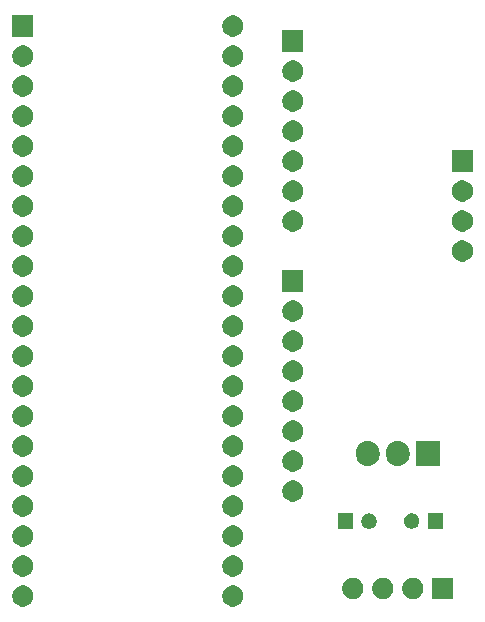
<source format=gbs>
G04 #@! TF.GenerationSoftware,KiCad,Pcbnew,(5.1.5)-3*
G04 #@! TF.CreationDate,2020-03-02T23:39:02-06:00*
G04 #@! TF.ProjectId,PMT_PCB,504d545f-5043-4422-9e6b-696361645f70,rev?*
G04 #@! TF.SameCoordinates,Original*
G04 #@! TF.FileFunction,Soldermask,Bot*
G04 #@! TF.FilePolarity,Negative*
%FSLAX46Y46*%
G04 Gerber Fmt 4.6, Leading zero omitted, Abs format (unit mm)*
G04 Created by KiCad (PCBNEW (5.1.5)-3) date 2020-03-02 23:39:02*
%MOMM*%
%LPD*%
G04 APERTURE LIST*
%ADD10C,0.100000*%
G04 APERTURE END LIST*
D10*
G36*
X138534769Y-108322188D02*
G01*
X138692812Y-108353624D01*
X138856784Y-108421544D01*
X139004354Y-108520147D01*
X139129853Y-108645646D01*
X139228456Y-108793216D01*
X139296376Y-108957188D01*
X139331000Y-109131259D01*
X139331000Y-109308741D01*
X139296376Y-109482812D01*
X139228456Y-109646784D01*
X139129853Y-109794354D01*
X139004354Y-109919853D01*
X138856784Y-110018456D01*
X138692812Y-110086376D01*
X138543512Y-110116073D01*
X138518742Y-110121000D01*
X138341258Y-110121000D01*
X138316488Y-110116073D01*
X138167188Y-110086376D01*
X138003216Y-110018456D01*
X137855646Y-109919853D01*
X137730147Y-109794354D01*
X137631544Y-109646784D01*
X137563624Y-109482812D01*
X137529000Y-109308741D01*
X137529000Y-109131259D01*
X137563624Y-108957188D01*
X137631544Y-108793216D01*
X137730147Y-108645646D01*
X137855646Y-108520147D01*
X138003216Y-108421544D01*
X138167188Y-108353624D01*
X138325231Y-108322188D01*
X138341258Y-108319000D01*
X138518742Y-108319000D01*
X138534769Y-108322188D01*
G37*
G36*
X120754769Y-108322188D02*
G01*
X120912812Y-108353624D01*
X121076784Y-108421544D01*
X121224354Y-108520147D01*
X121349853Y-108645646D01*
X121448456Y-108793216D01*
X121516376Y-108957188D01*
X121551000Y-109131259D01*
X121551000Y-109308741D01*
X121516376Y-109482812D01*
X121448456Y-109646784D01*
X121349853Y-109794354D01*
X121224354Y-109919853D01*
X121076784Y-110018456D01*
X120912812Y-110086376D01*
X120763512Y-110116073D01*
X120738742Y-110121000D01*
X120561258Y-110121000D01*
X120536488Y-110116073D01*
X120387188Y-110086376D01*
X120223216Y-110018456D01*
X120075646Y-109919853D01*
X119950147Y-109794354D01*
X119851544Y-109646784D01*
X119783624Y-109482812D01*
X119749000Y-109308741D01*
X119749000Y-109131259D01*
X119783624Y-108957188D01*
X119851544Y-108793216D01*
X119950147Y-108645646D01*
X120075646Y-108520147D01*
X120223216Y-108421544D01*
X120387188Y-108353624D01*
X120545231Y-108322188D01*
X120561258Y-108319000D01*
X120738742Y-108319000D01*
X120754769Y-108322188D01*
G37*
G36*
X151243512Y-107688927D02*
G01*
X151392812Y-107718624D01*
X151556784Y-107786544D01*
X151704354Y-107885147D01*
X151829853Y-108010646D01*
X151928456Y-108158216D01*
X151996376Y-108322188D01*
X152031000Y-108496259D01*
X152031000Y-108673741D01*
X151996376Y-108847812D01*
X151928456Y-109011784D01*
X151829853Y-109159354D01*
X151704354Y-109284853D01*
X151556784Y-109383456D01*
X151392812Y-109451376D01*
X151243512Y-109481073D01*
X151218742Y-109486000D01*
X151041258Y-109486000D01*
X151016488Y-109481073D01*
X150867188Y-109451376D01*
X150703216Y-109383456D01*
X150555646Y-109284853D01*
X150430147Y-109159354D01*
X150331544Y-109011784D01*
X150263624Y-108847812D01*
X150229000Y-108673741D01*
X150229000Y-108496259D01*
X150263624Y-108322188D01*
X150331544Y-108158216D01*
X150430147Y-108010646D01*
X150555646Y-107885147D01*
X150703216Y-107786544D01*
X150867188Y-107718624D01*
X151016488Y-107688927D01*
X151041258Y-107684000D01*
X151218742Y-107684000D01*
X151243512Y-107688927D01*
G37*
G36*
X148703512Y-107688927D02*
G01*
X148852812Y-107718624D01*
X149016784Y-107786544D01*
X149164354Y-107885147D01*
X149289853Y-108010646D01*
X149388456Y-108158216D01*
X149456376Y-108322188D01*
X149491000Y-108496259D01*
X149491000Y-108673741D01*
X149456376Y-108847812D01*
X149388456Y-109011784D01*
X149289853Y-109159354D01*
X149164354Y-109284853D01*
X149016784Y-109383456D01*
X148852812Y-109451376D01*
X148703512Y-109481073D01*
X148678742Y-109486000D01*
X148501258Y-109486000D01*
X148476488Y-109481073D01*
X148327188Y-109451376D01*
X148163216Y-109383456D01*
X148015646Y-109284853D01*
X147890147Y-109159354D01*
X147791544Y-109011784D01*
X147723624Y-108847812D01*
X147689000Y-108673741D01*
X147689000Y-108496259D01*
X147723624Y-108322188D01*
X147791544Y-108158216D01*
X147890147Y-108010646D01*
X148015646Y-107885147D01*
X148163216Y-107786544D01*
X148327188Y-107718624D01*
X148476488Y-107688927D01*
X148501258Y-107684000D01*
X148678742Y-107684000D01*
X148703512Y-107688927D01*
G37*
G36*
X157111000Y-109486000D02*
G01*
X155309000Y-109486000D01*
X155309000Y-107684000D01*
X157111000Y-107684000D01*
X157111000Y-109486000D01*
G37*
G36*
X153783512Y-107688927D02*
G01*
X153932812Y-107718624D01*
X154096784Y-107786544D01*
X154244354Y-107885147D01*
X154369853Y-108010646D01*
X154468456Y-108158216D01*
X154536376Y-108322188D01*
X154571000Y-108496259D01*
X154571000Y-108673741D01*
X154536376Y-108847812D01*
X154468456Y-109011784D01*
X154369853Y-109159354D01*
X154244354Y-109284853D01*
X154096784Y-109383456D01*
X153932812Y-109451376D01*
X153783512Y-109481073D01*
X153758742Y-109486000D01*
X153581258Y-109486000D01*
X153556488Y-109481073D01*
X153407188Y-109451376D01*
X153243216Y-109383456D01*
X153095646Y-109284853D01*
X152970147Y-109159354D01*
X152871544Y-109011784D01*
X152803624Y-108847812D01*
X152769000Y-108673741D01*
X152769000Y-108496259D01*
X152803624Y-108322188D01*
X152871544Y-108158216D01*
X152970147Y-108010646D01*
X153095646Y-107885147D01*
X153243216Y-107786544D01*
X153407188Y-107718624D01*
X153556488Y-107688927D01*
X153581258Y-107684000D01*
X153758742Y-107684000D01*
X153783512Y-107688927D01*
G37*
G36*
X120763512Y-105783927D02*
G01*
X120912812Y-105813624D01*
X121076784Y-105881544D01*
X121224354Y-105980147D01*
X121349853Y-106105646D01*
X121448456Y-106253216D01*
X121516376Y-106417188D01*
X121551000Y-106591259D01*
X121551000Y-106768741D01*
X121516376Y-106942812D01*
X121448456Y-107106784D01*
X121349853Y-107254354D01*
X121224354Y-107379853D01*
X121076784Y-107478456D01*
X120912812Y-107546376D01*
X120763512Y-107576073D01*
X120738742Y-107581000D01*
X120561258Y-107581000D01*
X120536488Y-107576073D01*
X120387188Y-107546376D01*
X120223216Y-107478456D01*
X120075646Y-107379853D01*
X119950147Y-107254354D01*
X119851544Y-107106784D01*
X119783624Y-106942812D01*
X119749000Y-106768741D01*
X119749000Y-106591259D01*
X119783624Y-106417188D01*
X119851544Y-106253216D01*
X119950147Y-106105646D01*
X120075646Y-105980147D01*
X120223216Y-105881544D01*
X120387188Y-105813624D01*
X120536488Y-105783927D01*
X120561258Y-105779000D01*
X120738742Y-105779000D01*
X120763512Y-105783927D01*
G37*
G36*
X138543512Y-105783927D02*
G01*
X138692812Y-105813624D01*
X138856784Y-105881544D01*
X139004354Y-105980147D01*
X139129853Y-106105646D01*
X139228456Y-106253216D01*
X139296376Y-106417188D01*
X139331000Y-106591259D01*
X139331000Y-106768741D01*
X139296376Y-106942812D01*
X139228456Y-107106784D01*
X139129853Y-107254354D01*
X139004354Y-107379853D01*
X138856784Y-107478456D01*
X138692812Y-107546376D01*
X138543512Y-107576073D01*
X138518742Y-107581000D01*
X138341258Y-107581000D01*
X138316488Y-107576073D01*
X138167188Y-107546376D01*
X138003216Y-107478456D01*
X137855646Y-107379853D01*
X137730147Y-107254354D01*
X137631544Y-107106784D01*
X137563624Y-106942812D01*
X137529000Y-106768741D01*
X137529000Y-106591259D01*
X137563624Y-106417188D01*
X137631544Y-106253216D01*
X137730147Y-106105646D01*
X137855646Y-105980147D01*
X138003216Y-105881544D01*
X138167188Y-105813624D01*
X138316488Y-105783927D01*
X138341258Y-105779000D01*
X138518742Y-105779000D01*
X138543512Y-105783927D01*
G37*
G36*
X138543512Y-103243927D02*
G01*
X138692812Y-103273624D01*
X138856784Y-103341544D01*
X139004354Y-103440147D01*
X139129853Y-103565646D01*
X139228456Y-103713216D01*
X139296376Y-103877188D01*
X139331000Y-104051259D01*
X139331000Y-104228741D01*
X139296376Y-104402812D01*
X139228456Y-104566784D01*
X139129853Y-104714354D01*
X139004354Y-104839853D01*
X138856784Y-104938456D01*
X138692812Y-105006376D01*
X138543512Y-105036073D01*
X138518742Y-105041000D01*
X138341258Y-105041000D01*
X138316488Y-105036073D01*
X138167188Y-105006376D01*
X138003216Y-104938456D01*
X137855646Y-104839853D01*
X137730147Y-104714354D01*
X137631544Y-104566784D01*
X137563624Y-104402812D01*
X137529000Y-104228741D01*
X137529000Y-104051259D01*
X137563624Y-103877188D01*
X137631544Y-103713216D01*
X137730147Y-103565646D01*
X137855646Y-103440147D01*
X138003216Y-103341544D01*
X138167188Y-103273624D01*
X138316488Y-103243927D01*
X138341258Y-103239000D01*
X138518742Y-103239000D01*
X138543512Y-103243927D01*
G37*
G36*
X120763512Y-103243927D02*
G01*
X120912812Y-103273624D01*
X121076784Y-103341544D01*
X121224354Y-103440147D01*
X121349853Y-103565646D01*
X121448456Y-103713216D01*
X121516376Y-103877188D01*
X121551000Y-104051259D01*
X121551000Y-104228741D01*
X121516376Y-104402812D01*
X121448456Y-104566784D01*
X121349853Y-104714354D01*
X121224354Y-104839853D01*
X121076784Y-104938456D01*
X120912812Y-105006376D01*
X120763512Y-105036073D01*
X120738742Y-105041000D01*
X120561258Y-105041000D01*
X120536488Y-105036073D01*
X120387188Y-105006376D01*
X120223216Y-104938456D01*
X120075646Y-104839853D01*
X119950147Y-104714354D01*
X119851544Y-104566784D01*
X119783624Y-104402812D01*
X119749000Y-104228741D01*
X119749000Y-104051259D01*
X119783624Y-103877188D01*
X119851544Y-103713216D01*
X119950147Y-103565646D01*
X120075646Y-103440147D01*
X120223216Y-103341544D01*
X120387188Y-103273624D01*
X120536488Y-103243927D01*
X120561258Y-103239000D01*
X120738742Y-103239000D01*
X120763512Y-103243927D01*
G37*
G36*
X156226000Y-103521000D02*
G01*
X154924000Y-103521000D01*
X154924000Y-102219000D01*
X156226000Y-102219000D01*
X156226000Y-103521000D01*
G37*
G36*
X148606000Y-103521000D02*
G01*
X147304000Y-103521000D01*
X147304000Y-102219000D01*
X148606000Y-102219000D01*
X148606000Y-103521000D01*
G37*
G36*
X150144890Y-102244017D02*
G01*
X150263364Y-102293091D01*
X150369988Y-102364335D01*
X150460665Y-102455012D01*
X150531909Y-102561636D01*
X150580983Y-102680110D01*
X150606000Y-102805882D01*
X150606000Y-102934118D01*
X150580983Y-103059890D01*
X150531909Y-103178364D01*
X150460665Y-103284988D01*
X150369988Y-103375665D01*
X150263364Y-103446909D01*
X150263363Y-103446910D01*
X150263362Y-103446910D01*
X150144890Y-103495983D01*
X150019119Y-103521000D01*
X149890881Y-103521000D01*
X149765110Y-103495983D01*
X149646638Y-103446910D01*
X149646637Y-103446910D01*
X149646636Y-103446909D01*
X149540012Y-103375665D01*
X149449335Y-103284988D01*
X149378091Y-103178364D01*
X149329017Y-103059890D01*
X149304000Y-102934118D01*
X149304000Y-102805882D01*
X149329017Y-102680110D01*
X149378091Y-102561636D01*
X149449335Y-102455012D01*
X149540012Y-102364335D01*
X149646636Y-102293091D01*
X149765110Y-102244017D01*
X149890881Y-102219000D01*
X150019119Y-102219000D01*
X150144890Y-102244017D01*
G37*
G36*
X153764890Y-102244017D02*
G01*
X153883364Y-102293091D01*
X153989988Y-102364335D01*
X154080665Y-102455012D01*
X154151909Y-102561636D01*
X154200983Y-102680110D01*
X154226000Y-102805882D01*
X154226000Y-102934118D01*
X154200983Y-103059890D01*
X154151909Y-103178364D01*
X154080665Y-103284988D01*
X153989988Y-103375665D01*
X153883364Y-103446909D01*
X153883363Y-103446910D01*
X153883362Y-103446910D01*
X153764890Y-103495983D01*
X153639119Y-103521000D01*
X153510881Y-103521000D01*
X153385110Y-103495983D01*
X153266638Y-103446910D01*
X153266637Y-103446910D01*
X153266636Y-103446909D01*
X153160012Y-103375665D01*
X153069335Y-103284988D01*
X152998091Y-103178364D01*
X152949017Y-103059890D01*
X152924000Y-102934118D01*
X152924000Y-102805882D01*
X152949017Y-102680110D01*
X152998091Y-102561636D01*
X153069335Y-102455012D01*
X153160012Y-102364335D01*
X153266636Y-102293091D01*
X153385110Y-102244017D01*
X153510881Y-102219000D01*
X153639119Y-102219000D01*
X153764890Y-102244017D01*
G37*
G36*
X120763512Y-100703927D02*
G01*
X120912812Y-100733624D01*
X121076784Y-100801544D01*
X121224354Y-100900147D01*
X121349853Y-101025646D01*
X121448456Y-101173216D01*
X121516376Y-101337188D01*
X121551000Y-101511259D01*
X121551000Y-101688741D01*
X121516376Y-101862812D01*
X121448456Y-102026784D01*
X121349853Y-102174354D01*
X121224354Y-102299853D01*
X121076784Y-102398456D01*
X120912812Y-102466376D01*
X120763512Y-102496073D01*
X120738742Y-102501000D01*
X120561258Y-102501000D01*
X120536488Y-102496073D01*
X120387188Y-102466376D01*
X120223216Y-102398456D01*
X120075646Y-102299853D01*
X119950147Y-102174354D01*
X119851544Y-102026784D01*
X119783624Y-101862812D01*
X119749000Y-101688741D01*
X119749000Y-101511259D01*
X119783624Y-101337188D01*
X119851544Y-101173216D01*
X119950147Y-101025646D01*
X120075646Y-100900147D01*
X120223216Y-100801544D01*
X120387188Y-100733624D01*
X120536488Y-100703927D01*
X120561258Y-100699000D01*
X120738742Y-100699000D01*
X120763512Y-100703927D01*
G37*
G36*
X138543512Y-100703927D02*
G01*
X138692812Y-100733624D01*
X138856784Y-100801544D01*
X139004354Y-100900147D01*
X139129853Y-101025646D01*
X139228456Y-101173216D01*
X139296376Y-101337188D01*
X139331000Y-101511259D01*
X139331000Y-101688741D01*
X139296376Y-101862812D01*
X139228456Y-102026784D01*
X139129853Y-102174354D01*
X139004354Y-102299853D01*
X138856784Y-102398456D01*
X138692812Y-102466376D01*
X138543512Y-102496073D01*
X138518742Y-102501000D01*
X138341258Y-102501000D01*
X138316488Y-102496073D01*
X138167188Y-102466376D01*
X138003216Y-102398456D01*
X137855646Y-102299853D01*
X137730147Y-102174354D01*
X137631544Y-102026784D01*
X137563624Y-101862812D01*
X137529000Y-101688741D01*
X137529000Y-101511259D01*
X137563624Y-101337188D01*
X137631544Y-101173216D01*
X137730147Y-101025646D01*
X137855646Y-100900147D01*
X138003216Y-100801544D01*
X138167188Y-100733624D01*
X138316488Y-100703927D01*
X138341258Y-100699000D01*
X138518742Y-100699000D01*
X138543512Y-100703927D01*
G37*
G36*
X143623512Y-99433927D02*
G01*
X143772812Y-99463624D01*
X143936784Y-99531544D01*
X144084354Y-99630147D01*
X144209853Y-99755646D01*
X144308456Y-99903216D01*
X144376376Y-100067188D01*
X144411000Y-100241259D01*
X144411000Y-100418741D01*
X144376376Y-100592812D01*
X144308456Y-100756784D01*
X144209853Y-100904354D01*
X144084354Y-101029853D01*
X143936784Y-101128456D01*
X143772812Y-101196376D01*
X143623512Y-101226073D01*
X143598742Y-101231000D01*
X143421258Y-101231000D01*
X143396488Y-101226073D01*
X143247188Y-101196376D01*
X143083216Y-101128456D01*
X142935646Y-101029853D01*
X142810147Y-100904354D01*
X142711544Y-100756784D01*
X142643624Y-100592812D01*
X142609000Y-100418741D01*
X142609000Y-100241259D01*
X142643624Y-100067188D01*
X142711544Y-99903216D01*
X142810147Y-99755646D01*
X142935646Y-99630147D01*
X143083216Y-99531544D01*
X143247188Y-99463624D01*
X143396488Y-99433927D01*
X143421258Y-99429000D01*
X143598742Y-99429000D01*
X143623512Y-99433927D01*
G37*
G36*
X120763512Y-98163927D02*
G01*
X120912812Y-98193624D01*
X121076784Y-98261544D01*
X121224354Y-98360147D01*
X121349853Y-98485646D01*
X121448456Y-98633216D01*
X121516376Y-98797188D01*
X121551000Y-98971259D01*
X121551000Y-99148741D01*
X121516376Y-99322812D01*
X121448456Y-99486784D01*
X121349853Y-99634354D01*
X121224354Y-99759853D01*
X121076784Y-99858456D01*
X120912812Y-99926376D01*
X120763512Y-99956073D01*
X120738742Y-99961000D01*
X120561258Y-99961000D01*
X120536488Y-99956073D01*
X120387188Y-99926376D01*
X120223216Y-99858456D01*
X120075646Y-99759853D01*
X119950147Y-99634354D01*
X119851544Y-99486784D01*
X119783624Y-99322812D01*
X119749000Y-99148741D01*
X119749000Y-98971259D01*
X119783624Y-98797188D01*
X119851544Y-98633216D01*
X119950147Y-98485646D01*
X120075646Y-98360147D01*
X120223216Y-98261544D01*
X120387188Y-98193624D01*
X120536488Y-98163927D01*
X120561258Y-98159000D01*
X120738742Y-98159000D01*
X120763512Y-98163927D01*
G37*
G36*
X138543512Y-98163927D02*
G01*
X138692812Y-98193624D01*
X138856784Y-98261544D01*
X139004354Y-98360147D01*
X139129853Y-98485646D01*
X139228456Y-98633216D01*
X139296376Y-98797188D01*
X139331000Y-98971259D01*
X139331000Y-99148741D01*
X139296376Y-99322812D01*
X139228456Y-99486784D01*
X139129853Y-99634354D01*
X139004354Y-99759853D01*
X138856784Y-99858456D01*
X138692812Y-99926376D01*
X138543512Y-99956073D01*
X138518742Y-99961000D01*
X138341258Y-99961000D01*
X138316488Y-99956073D01*
X138167188Y-99926376D01*
X138003216Y-99858456D01*
X137855646Y-99759853D01*
X137730147Y-99634354D01*
X137631544Y-99486784D01*
X137563624Y-99322812D01*
X137529000Y-99148741D01*
X137529000Y-98971259D01*
X137563624Y-98797188D01*
X137631544Y-98633216D01*
X137730147Y-98485646D01*
X137855646Y-98360147D01*
X138003216Y-98261544D01*
X138167188Y-98193624D01*
X138316488Y-98163927D01*
X138341258Y-98159000D01*
X138518742Y-98159000D01*
X138543512Y-98163927D01*
G37*
G36*
X143623512Y-96893927D02*
G01*
X143772812Y-96923624D01*
X143936784Y-96991544D01*
X144084354Y-97090147D01*
X144209853Y-97215646D01*
X144308456Y-97363216D01*
X144376376Y-97527188D01*
X144411000Y-97701259D01*
X144411000Y-97878741D01*
X144376376Y-98052812D01*
X144308456Y-98216784D01*
X144209853Y-98364354D01*
X144084354Y-98489853D01*
X143936784Y-98588456D01*
X143772812Y-98656376D01*
X143623512Y-98686073D01*
X143598742Y-98691000D01*
X143421258Y-98691000D01*
X143396488Y-98686073D01*
X143247188Y-98656376D01*
X143083216Y-98588456D01*
X142935646Y-98489853D01*
X142810147Y-98364354D01*
X142711544Y-98216784D01*
X142643624Y-98052812D01*
X142609000Y-97878741D01*
X142609000Y-97701259D01*
X142643624Y-97527188D01*
X142711544Y-97363216D01*
X142810147Y-97215646D01*
X142935646Y-97090147D01*
X143083216Y-96991544D01*
X143247188Y-96923624D01*
X143396488Y-96893927D01*
X143421258Y-96889000D01*
X143598742Y-96889000D01*
X143623512Y-96893927D01*
G37*
G36*
X150056720Y-96118520D02*
G01*
X150245881Y-96175901D01*
X150420212Y-96269083D01*
X150573015Y-96394485D01*
X150698417Y-96547288D01*
X150731264Y-96608741D01*
X150791598Y-96721617D01*
X150791599Y-96721620D01*
X150848980Y-96910781D01*
X150863500Y-97058207D01*
X150863500Y-97251794D01*
X150848980Y-97399220D01*
X150791599Y-97588381D01*
X150698417Y-97762712D01*
X150573015Y-97915515D01*
X150420212Y-98040917D01*
X150338333Y-98084682D01*
X150245883Y-98134098D01*
X150245880Y-98134099D01*
X150056719Y-98191480D01*
X149860000Y-98210855D01*
X149663280Y-98191480D01*
X149474119Y-98134099D01*
X149299788Y-98040917D01*
X149146985Y-97915515D01*
X149021583Y-97762712D01*
X148977818Y-97680833D01*
X148928402Y-97588383D01*
X148909839Y-97527188D01*
X148871020Y-97399219D01*
X148856500Y-97251793D01*
X148856500Y-97058206D01*
X148871020Y-96910780D01*
X148928401Y-96721619D01*
X149021583Y-96547288D01*
X149146985Y-96394485D01*
X149299788Y-96269083D01*
X149474120Y-96175901D01*
X149663281Y-96118520D01*
X149860000Y-96099145D01*
X150056720Y-96118520D01*
G37*
G36*
X152596720Y-96118520D02*
G01*
X152785881Y-96175901D01*
X152960212Y-96269083D01*
X153113015Y-96394485D01*
X153238417Y-96547288D01*
X153271264Y-96608741D01*
X153331598Y-96721617D01*
X153331599Y-96721620D01*
X153388980Y-96910781D01*
X153403500Y-97058207D01*
X153403500Y-97251794D01*
X153388980Y-97399220D01*
X153331599Y-97588381D01*
X153238417Y-97762712D01*
X153113015Y-97915515D01*
X152960212Y-98040917D01*
X152878333Y-98084682D01*
X152785883Y-98134098D01*
X152785880Y-98134099D01*
X152596719Y-98191480D01*
X152400000Y-98210855D01*
X152203280Y-98191480D01*
X152014119Y-98134099D01*
X151839788Y-98040917D01*
X151686985Y-97915515D01*
X151561583Y-97762712D01*
X151517818Y-97680833D01*
X151468402Y-97588383D01*
X151449839Y-97527188D01*
X151411020Y-97399219D01*
X151396500Y-97251793D01*
X151396500Y-97058206D01*
X151411020Y-96910780D01*
X151468401Y-96721619D01*
X151561583Y-96547288D01*
X151686985Y-96394485D01*
X151839788Y-96269083D01*
X152014120Y-96175901D01*
X152203281Y-96118520D01*
X152400000Y-96099145D01*
X152596720Y-96118520D01*
G37*
G36*
X155943500Y-98206000D02*
G01*
X153936500Y-98206000D01*
X153936500Y-96104000D01*
X155943500Y-96104000D01*
X155943500Y-98206000D01*
G37*
G36*
X138543512Y-95623927D02*
G01*
X138692812Y-95653624D01*
X138856784Y-95721544D01*
X139004354Y-95820147D01*
X139129853Y-95945646D01*
X139228456Y-96093216D01*
X139296376Y-96257188D01*
X139331000Y-96431259D01*
X139331000Y-96608741D01*
X139296376Y-96782812D01*
X139228456Y-96946784D01*
X139129853Y-97094354D01*
X139004354Y-97219853D01*
X138856784Y-97318456D01*
X138692812Y-97386376D01*
X138543512Y-97416073D01*
X138518742Y-97421000D01*
X138341258Y-97421000D01*
X138316488Y-97416073D01*
X138167188Y-97386376D01*
X138003216Y-97318456D01*
X137855646Y-97219853D01*
X137730147Y-97094354D01*
X137631544Y-96946784D01*
X137563624Y-96782812D01*
X137529000Y-96608741D01*
X137529000Y-96431259D01*
X137563624Y-96257188D01*
X137631544Y-96093216D01*
X137730147Y-95945646D01*
X137855646Y-95820147D01*
X138003216Y-95721544D01*
X138167188Y-95653624D01*
X138316488Y-95623927D01*
X138341258Y-95619000D01*
X138518742Y-95619000D01*
X138543512Y-95623927D01*
G37*
G36*
X120763512Y-95623927D02*
G01*
X120912812Y-95653624D01*
X121076784Y-95721544D01*
X121224354Y-95820147D01*
X121349853Y-95945646D01*
X121448456Y-96093216D01*
X121516376Y-96257188D01*
X121551000Y-96431259D01*
X121551000Y-96608741D01*
X121516376Y-96782812D01*
X121448456Y-96946784D01*
X121349853Y-97094354D01*
X121224354Y-97219853D01*
X121076784Y-97318456D01*
X120912812Y-97386376D01*
X120763512Y-97416073D01*
X120738742Y-97421000D01*
X120561258Y-97421000D01*
X120536488Y-97416073D01*
X120387188Y-97386376D01*
X120223216Y-97318456D01*
X120075646Y-97219853D01*
X119950147Y-97094354D01*
X119851544Y-96946784D01*
X119783624Y-96782812D01*
X119749000Y-96608741D01*
X119749000Y-96431259D01*
X119783624Y-96257188D01*
X119851544Y-96093216D01*
X119950147Y-95945646D01*
X120075646Y-95820147D01*
X120223216Y-95721544D01*
X120387188Y-95653624D01*
X120536488Y-95623927D01*
X120561258Y-95619000D01*
X120738742Y-95619000D01*
X120763512Y-95623927D01*
G37*
G36*
X143623512Y-94353927D02*
G01*
X143772812Y-94383624D01*
X143936784Y-94451544D01*
X144084354Y-94550147D01*
X144209853Y-94675646D01*
X144308456Y-94823216D01*
X144376376Y-94987188D01*
X144411000Y-95161259D01*
X144411000Y-95338741D01*
X144376376Y-95512812D01*
X144308456Y-95676784D01*
X144209853Y-95824354D01*
X144084354Y-95949853D01*
X143936784Y-96048456D01*
X143772812Y-96116376D01*
X143623512Y-96146073D01*
X143598742Y-96151000D01*
X143421258Y-96151000D01*
X143396488Y-96146073D01*
X143247188Y-96116376D01*
X143083216Y-96048456D01*
X142935646Y-95949853D01*
X142810147Y-95824354D01*
X142711544Y-95676784D01*
X142643624Y-95512812D01*
X142609000Y-95338741D01*
X142609000Y-95161259D01*
X142643624Y-94987188D01*
X142711544Y-94823216D01*
X142810147Y-94675646D01*
X142935646Y-94550147D01*
X143083216Y-94451544D01*
X143247188Y-94383624D01*
X143396488Y-94353927D01*
X143421258Y-94349000D01*
X143598742Y-94349000D01*
X143623512Y-94353927D01*
G37*
G36*
X138543512Y-93083927D02*
G01*
X138692812Y-93113624D01*
X138856784Y-93181544D01*
X139004354Y-93280147D01*
X139129853Y-93405646D01*
X139228456Y-93553216D01*
X139296376Y-93717188D01*
X139331000Y-93891259D01*
X139331000Y-94068741D01*
X139296376Y-94242812D01*
X139228456Y-94406784D01*
X139129853Y-94554354D01*
X139004354Y-94679853D01*
X138856784Y-94778456D01*
X138692812Y-94846376D01*
X138543512Y-94876073D01*
X138518742Y-94881000D01*
X138341258Y-94881000D01*
X138316488Y-94876073D01*
X138167188Y-94846376D01*
X138003216Y-94778456D01*
X137855646Y-94679853D01*
X137730147Y-94554354D01*
X137631544Y-94406784D01*
X137563624Y-94242812D01*
X137529000Y-94068741D01*
X137529000Y-93891259D01*
X137563624Y-93717188D01*
X137631544Y-93553216D01*
X137730147Y-93405646D01*
X137855646Y-93280147D01*
X138003216Y-93181544D01*
X138167188Y-93113624D01*
X138316488Y-93083927D01*
X138341258Y-93079000D01*
X138518742Y-93079000D01*
X138543512Y-93083927D01*
G37*
G36*
X120763512Y-93083927D02*
G01*
X120912812Y-93113624D01*
X121076784Y-93181544D01*
X121224354Y-93280147D01*
X121349853Y-93405646D01*
X121448456Y-93553216D01*
X121516376Y-93717188D01*
X121551000Y-93891259D01*
X121551000Y-94068741D01*
X121516376Y-94242812D01*
X121448456Y-94406784D01*
X121349853Y-94554354D01*
X121224354Y-94679853D01*
X121076784Y-94778456D01*
X120912812Y-94846376D01*
X120763512Y-94876073D01*
X120738742Y-94881000D01*
X120561258Y-94881000D01*
X120536488Y-94876073D01*
X120387188Y-94846376D01*
X120223216Y-94778456D01*
X120075646Y-94679853D01*
X119950147Y-94554354D01*
X119851544Y-94406784D01*
X119783624Y-94242812D01*
X119749000Y-94068741D01*
X119749000Y-93891259D01*
X119783624Y-93717188D01*
X119851544Y-93553216D01*
X119950147Y-93405646D01*
X120075646Y-93280147D01*
X120223216Y-93181544D01*
X120387188Y-93113624D01*
X120536488Y-93083927D01*
X120561258Y-93079000D01*
X120738742Y-93079000D01*
X120763512Y-93083927D01*
G37*
G36*
X143623512Y-91813927D02*
G01*
X143772812Y-91843624D01*
X143936784Y-91911544D01*
X144084354Y-92010147D01*
X144209853Y-92135646D01*
X144308456Y-92283216D01*
X144376376Y-92447188D01*
X144411000Y-92621259D01*
X144411000Y-92798741D01*
X144376376Y-92972812D01*
X144308456Y-93136784D01*
X144209853Y-93284354D01*
X144084354Y-93409853D01*
X143936784Y-93508456D01*
X143772812Y-93576376D01*
X143623512Y-93606073D01*
X143598742Y-93611000D01*
X143421258Y-93611000D01*
X143396488Y-93606073D01*
X143247188Y-93576376D01*
X143083216Y-93508456D01*
X142935646Y-93409853D01*
X142810147Y-93284354D01*
X142711544Y-93136784D01*
X142643624Y-92972812D01*
X142609000Y-92798741D01*
X142609000Y-92621259D01*
X142643624Y-92447188D01*
X142711544Y-92283216D01*
X142810147Y-92135646D01*
X142935646Y-92010147D01*
X143083216Y-91911544D01*
X143247188Y-91843624D01*
X143396488Y-91813927D01*
X143421258Y-91809000D01*
X143598742Y-91809000D01*
X143623512Y-91813927D01*
G37*
G36*
X120763512Y-90543927D02*
G01*
X120912812Y-90573624D01*
X121076784Y-90641544D01*
X121224354Y-90740147D01*
X121349853Y-90865646D01*
X121448456Y-91013216D01*
X121516376Y-91177188D01*
X121551000Y-91351259D01*
X121551000Y-91528741D01*
X121516376Y-91702812D01*
X121448456Y-91866784D01*
X121349853Y-92014354D01*
X121224354Y-92139853D01*
X121076784Y-92238456D01*
X120912812Y-92306376D01*
X120763512Y-92336073D01*
X120738742Y-92341000D01*
X120561258Y-92341000D01*
X120536488Y-92336073D01*
X120387188Y-92306376D01*
X120223216Y-92238456D01*
X120075646Y-92139853D01*
X119950147Y-92014354D01*
X119851544Y-91866784D01*
X119783624Y-91702812D01*
X119749000Y-91528741D01*
X119749000Y-91351259D01*
X119783624Y-91177188D01*
X119851544Y-91013216D01*
X119950147Y-90865646D01*
X120075646Y-90740147D01*
X120223216Y-90641544D01*
X120387188Y-90573624D01*
X120536488Y-90543927D01*
X120561258Y-90539000D01*
X120738742Y-90539000D01*
X120763512Y-90543927D01*
G37*
G36*
X138543512Y-90543927D02*
G01*
X138692812Y-90573624D01*
X138856784Y-90641544D01*
X139004354Y-90740147D01*
X139129853Y-90865646D01*
X139228456Y-91013216D01*
X139296376Y-91177188D01*
X139331000Y-91351259D01*
X139331000Y-91528741D01*
X139296376Y-91702812D01*
X139228456Y-91866784D01*
X139129853Y-92014354D01*
X139004354Y-92139853D01*
X138856784Y-92238456D01*
X138692812Y-92306376D01*
X138543512Y-92336073D01*
X138518742Y-92341000D01*
X138341258Y-92341000D01*
X138316488Y-92336073D01*
X138167188Y-92306376D01*
X138003216Y-92238456D01*
X137855646Y-92139853D01*
X137730147Y-92014354D01*
X137631544Y-91866784D01*
X137563624Y-91702812D01*
X137529000Y-91528741D01*
X137529000Y-91351259D01*
X137563624Y-91177188D01*
X137631544Y-91013216D01*
X137730147Y-90865646D01*
X137855646Y-90740147D01*
X138003216Y-90641544D01*
X138167188Y-90573624D01*
X138316488Y-90543927D01*
X138341258Y-90539000D01*
X138518742Y-90539000D01*
X138543512Y-90543927D01*
G37*
G36*
X143623512Y-89273927D02*
G01*
X143772812Y-89303624D01*
X143936784Y-89371544D01*
X144084354Y-89470147D01*
X144209853Y-89595646D01*
X144308456Y-89743216D01*
X144376376Y-89907188D01*
X144411000Y-90081259D01*
X144411000Y-90258741D01*
X144376376Y-90432812D01*
X144308456Y-90596784D01*
X144209853Y-90744354D01*
X144084354Y-90869853D01*
X143936784Y-90968456D01*
X143772812Y-91036376D01*
X143623512Y-91066073D01*
X143598742Y-91071000D01*
X143421258Y-91071000D01*
X143396488Y-91066073D01*
X143247188Y-91036376D01*
X143083216Y-90968456D01*
X142935646Y-90869853D01*
X142810147Y-90744354D01*
X142711544Y-90596784D01*
X142643624Y-90432812D01*
X142609000Y-90258741D01*
X142609000Y-90081259D01*
X142643624Y-89907188D01*
X142711544Y-89743216D01*
X142810147Y-89595646D01*
X142935646Y-89470147D01*
X143083216Y-89371544D01*
X143247188Y-89303624D01*
X143396488Y-89273927D01*
X143421258Y-89269000D01*
X143598742Y-89269000D01*
X143623512Y-89273927D01*
G37*
G36*
X138543512Y-88003927D02*
G01*
X138692812Y-88033624D01*
X138856784Y-88101544D01*
X139004354Y-88200147D01*
X139129853Y-88325646D01*
X139228456Y-88473216D01*
X139296376Y-88637188D01*
X139331000Y-88811259D01*
X139331000Y-88988741D01*
X139296376Y-89162812D01*
X139228456Y-89326784D01*
X139129853Y-89474354D01*
X139004354Y-89599853D01*
X138856784Y-89698456D01*
X138692812Y-89766376D01*
X138543512Y-89796073D01*
X138518742Y-89801000D01*
X138341258Y-89801000D01*
X138316488Y-89796073D01*
X138167188Y-89766376D01*
X138003216Y-89698456D01*
X137855646Y-89599853D01*
X137730147Y-89474354D01*
X137631544Y-89326784D01*
X137563624Y-89162812D01*
X137529000Y-88988741D01*
X137529000Y-88811259D01*
X137563624Y-88637188D01*
X137631544Y-88473216D01*
X137730147Y-88325646D01*
X137855646Y-88200147D01*
X138003216Y-88101544D01*
X138167188Y-88033624D01*
X138316488Y-88003927D01*
X138341258Y-87999000D01*
X138518742Y-87999000D01*
X138543512Y-88003927D01*
G37*
G36*
X120763512Y-88003927D02*
G01*
X120912812Y-88033624D01*
X121076784Y-88101544D01*
X121224354Y-88200147D01*
X121349853Y-88325646D01*
X121448456Y-88473216D01*
X121516376Y-88637188D01*
X121551000Y-88811259D01*
X121551000Y-88988741D01*
X121516376Y-89162812D01*
X121448456Y-89326784D01*
X121349853Y-89474354D01*
X121224354Y-89599853D01*
X121076784Y-89698456D01*
X120912812Y-89766376D01*
X120763512Y-89796073D01*
X120738742Y-89801000D01*
X120561258Y-89801000D01*
X120536488Y-89796073D01*
X120387188Y-89766376D01*
X120223216Y-89698456D01*
X120075646Y-89599853D01*
X119950147Y-89474354D01*
X119851544Y-89326784D01*
X119783624Y-89162812D01*
X119749000Y-88988741D01*
X119749000Y-88811259D01*
X119783624Y-88637188D01*
X119851544Y-88473216D01*
X119950147Y-88325646D01*
X120075646Y-88200147D01*
X120223216Y-88101544D01*
X120387188Y-88033624D01*
X120536488Y-88003927D01*
X120561258Y-87999000D01*
X120738742Y-87999000D01*
X120763512Y-88003927D01*
G37*
G36*
X143623512Y-86733927D02*
G01*
X143772812Y-86763624D01*
X143936784Y-86831544D01*
X144084354Y-86930147D01*
X144209853Y-87055646D01*
X144308456Y-87203216D01*
X144376376Y-87367188D01*
X144411000Y-87541259D01*
X144411000Y-87718741D01*
X144376376Y-87892812D01*
X144308456Y-88056784D01*
X144209853Y-88204354D01*
X144084354Y-88329853D01*
X143936784Y-88428456D01*
X143772812Y-88496376D01*
X143623512Y-88526073D01*
X143598742Y-88531000D01*
X143421258Y-88531000D01*
X143396488Y-88526073D01*
X143247188Y-88496376D01*
X143083216Y-88428456D01*
X142935646Y-88329853D01*
X142810147Y-88204354D01*
X142711544Y-88056784D01*
X142643624Y-87892812D01*
X142609000Y-87718741D01*
X142609000Y-87541259D01*
X142643624Y-87367188D01*
X142711544Y-87203216D01*
X142810147Y-87055646D01*
X142935646Y-86930147D01*
X143083216Y-86831544D01*
X143247188Y-86763624D01*
X143396488Y-86733927D01*
X143421258Y-86729000D01*
X143598742Y-86729000D01*
X143623512Y-86733927D01*
G37*
G36*
X138543512Y-85463927D02*
G01*
X138692812Y-85493624D01*
X138856784Y-85561544D01*
X139004354Y-85660147D01*
X139129853Y-85785646D01*
X139228456Y-85933216D01*
X139296376Y-86097188D01*
X139331000Y-86271259D01*
X139331000Y-86448741D01*
X139296376Y-86622812D01*
X139228456Y-86786784D01*
X139129853Y-86934354D01*
X139004354Y-87059853D01*
X138856784Y-87158456D01*
X138692812Y-87226376D01*
X138543512Y-87256073D01*
X138518742Y-87261000D01*
X138341258Y-87261000D01*
X138316488Y-87256073D01*
X138167188Y-87226376D01*
X138003216Y-87158456D01*
X137855646Y-87059853D01*
X137730147Y-86934354D01*
X137631544Y-86786784D01*
X137563624Y-86622812D01*
X137529000Y-86448741D01*
X137529000Y-86271259D01*
X137563624Y-86097188D01*
X137631544Y-85933216D01*
X137730147Y-85785646D01*
X137855646Y-85660147D01*
X138003216Y-85561544D01*
X138167188Y-85493624D01*
X138316488Y-85463927D01*
X138341258Y-85459000D01*
X138518742Y-85459000D01*
X138543512Y-85463927D01*
G37*
G36*
X120763512Y-85463927D02*
G01*
X120912812Y-85493624D01*
X121076784Y-85561544D01*
X121224354Y-85660147D01*
X121349853Y-85785646D01*
X121448456Y-85933216D01*
X121516376Y-86097188D01*
X121551000Y-86271259D01*
X121551000Y-86448741D01*
X121516376Y-86622812D01*
X121448456Y-86786784D01*
X121349853Y-86934354D01*
X121224354Y-87059853D01*
X121076784Y-87158456D01*
X120912812Y-87226376D01*
X120763512Y-87256073D01*
X120738742Y-87261000D01*
X120561258Y-87261000D01*
X120536488Y-87256073D01*
X120387188Y-87226376D01*
X120223216Y-87158456D01*
X120075646Y-87059853D01*
X119950147Y-86934354D01*
X119851544Y-86786784D01*
X119783624Y-86622812D01*
X119749000Y-86448741D01*
X119749000Y-86271259D01*
X119783624Y-86097188D01*
X119851544Y-85933216D01*
X119950147Y-85785646D01*
X120075646Y-85660147D01*
X120223216Y-85561544D01*
X120387188Y-85493624D01*
X120536488Y-85463927D01*
X120561258Y-85459000D01*
X120738742Y-85459000D01*
X120763512Y-85463927D01*
G37*
G36*
X143623512Y-84193927D02*
G01*
X143772812Y-84223624D01*
X143936784Y-84291544D01*
X144084354Y-84390147D01*
X144209853Y-84515646D01*
X144308456Y-84663216D01*
X144376376Y-84827188D01*
X144411000Y-85001259D01*
X144411000Y-85178741D01*
X144376376Y-85352812D01*
X144308456Y-85516784D01*
X144209853Y-85664354D01*
X144084354Y-85789853D01*
X143936784Y-85888456D01*
X143772812Y-85956376D01*
X143623512Y-85986073D01*
X143598742Y-85991000D01*
X143421258Y-85991000D01*
X143396488Y-85986073D01*
X143247188Y-85956376D01*
X143083216Y-85888456D01*
X142935646Y-85789853D01*
X142810147Y-85664354D01*
X142711544Y-85516784D01*
X142643624Y-85352812D01*
X142609000Y-85178741D01*
X142609000Y-85001259D01*
X142643624Y-84827188D01*
X142711544Y-84663216D01*
X142810147Y-84515646D01*
X142935646Y-84390147D01*
X143083216Y-84291544D01*
X143247188Y-84223624D01*
X143396488Y-84193927D01*
X143421258Y-84189000D01*
X143598742Y-84189000D01*
X143623512Y-84193927D01*
G37*
G36*
X120763512Y-82923927D02*
G01*
X120912812Y-82953624D01*
X121076784Y-83021544D01*
X121224354Y-83120147D01*
X121349853Y-83245646D01*
X121448456Y-83393216D01*
X121516376Y-83557188D01*
X121551000Y-83731259D01*
X121551000Y-83908741D01*
X121516376Y-84082812D01*
X121448456Y-84246784D01*
X121349853Y-84394354D01*
X121224354Y-84519853D01*
X121076784Y-84618456D01*
X120912812Y-84686376D01*
X120763512Y-84716073D01*
X120738742Y-84721000D01*
X120561258Y-84721000D01*
X120536488Y-84716073D01*
X120387188Y-84686376D01*
X120223216Y-84618456D01*
X120075646Y-84519853D01*
X119950147Y-84394354D01*
X119851544Y-84246784D01*
X119783624Y-84082812D01*
X119749000Y-83908741D01*
X119749000Y-83731259D01*
X119783624Y-83557188D01*
X119851544Y-83393216D01*
X119950147Y-83245646D01*
X120075646Y-83120147D01*
X120223216Y-83021544D01*
X120387188Y-82953624D01*
X120536488Y-82923927D01*
X120561258Y-82919000D01*
X120738742Y-82919000D01*
X120763512Y-82923927D01*
G37*
G36*
X138543512Y-82923927D02*
G01*
X138692812Y-82953624D01*
X138856784Y-83021544D01*
X139004354Y-83120147D01*
X139129853Y-83245646D01*
X139228456Y-83393216D01*
X139296376Y-83557188D01*
X139331000Y-83731259D01*
X139331000Y-83908741D01*
X139296376Y-84082812D01*
X139228456Y-84246784D01*
X139129853Y-84394354D01*
X139004354Y-84519853D01*
X138856784Y-84618456D01*
X138692812Y-84686376D01*
X138543512Y-84716073D01*
X138518742Y-84721000D01*
X138341258Y-84721000D01*
X138316488Y-84716073D01*
X138167188Y-84686376D01*
X138003216Y-84618456D01*
X137855646Y-84519853D01*
X137730147Y-84394354D01*
X137631544Y-84246784D01*
X137563624Y-84082812D01*
X137529000Y-83908741D01*
X137529000Y-83731259D01*
X137563624Y-83557188D01*
X137631544Y-83393216D01*
X137730147Y-83245646D01*
X137855646Y-83120147D01*
X138003216Y-83021544D01*
X138167188Y-82953624D01*
X138316488Y-82923927D01*
X138341258Y-82919000D01*
X138518742Y-82919000D01*
X138543512Y-82923927D01*
G37*
G36*
X144411000Y-83451000D02*
G01*
X142609000Y-83451000D01*
X142609000Y-81649000D01*
X144411000Y-81649000D01*
X144411000Y-83451000D01*
G37*
G36*
X138543512Y-80383927D02*
G01*
X138692812Y-80413624D01*
X138856784Y-80481544D01*
X139004354Y-80580147D01*
X139129853Y-80705646D01*
X139228456Y-80853216D01*
X139296376Y-81017188D01*
X139331000Y-81191259D01*
X139331000Y-81368741D01*
X139296376Y-81542812D01*
X139228456Y-81706784D01*
X139129853Y-81854354D01*
X139004354Y-81979853D01*
X138856784Y-82078456D01*
X138692812Y-82146376D01*
X138543512Y-82176073D01*
X138518742Y-82181000D01*
X138341258Y-82181000D01*
X138316488Y-82176073D01*
X138167188Y-82146376D01*
X138003216Y-82078456D01*
X137855646Y-81979853D01*
X137730147Y-81854354D01*
X137631544Y-81706784D01*
X137563624Y-81542812D01*
X137529000Y-81368741D01*
X137529000Y-81191259D01*
X137563624Y-81017188D01*
X137631544Y-80853216D01*
X137730147Y-80705646D01*
X137855646Y-80580147D01*
X138003216Y-80481544D01*
X138167188Y-80413624D01*
X138316488Y-80383927D01*
X138341258Y-80379000D01*
X138518742Y-80379000D01*
X138543512Y-80383927D01*
G37*
G36*
X120763512Y-80383927D02*
G01*
X120912812Y-80413624D01*
X121076784Y-80481544D01*
X121224354Y-80580147D01*
X121349853Y-80705646D01*
X121448456Y-80853216D01*
X121516376Y-81017188D01*
X121551000Y-81191259D01*
X121551000Y-81368741D01*
X121516376Y-81542812D01*
X121448456Y-81706784D01*
X121349853Y-81854354D01*
X121224354Y-81979853D01*
X121076784Y-82078456D01*
X120912812Y-82146376D01*
X120763512Y-82176073D01*
X120738742Y-82181000D01*
X120561258Y-82181000D01*
X120536488Y-82176073D01*
X120387188Y-82146376D01*
X120223216Y-82078456D01*
X120075646Y-81979853D01*
X119950147Y-81854354D01*
X119851544Y-81706784D01*
X119783624Y-81542812D01*
X119749000Y-81368741D01*
X119749000Y-81191259D01*
X119783624Y-81017188D01*
X119851544Y-80853216D01*
X119950147Y-80705646D01*
X120075646Y-80580147D01*
X120223216Y-80481544D01*
X120387188Y-80413624D01*
X120536488Y-80383927D01*
X120561258Y-80379000D01*
X120738742Y-80379000D01*
X120763512Y-80383927D01*
G37*
G36*
X157974512Y-79113927D02*
G01*
X158123812Y-79143624D01*
X158287784Y-79211544D01*
X158435354Y-79310147D01*
X158560853Y-79435646D01*
X158659456Y-79583216D01*
X158727376Y-79747188D01*
X158762000Y-79921259D01*
X158762000Y-80098741D01*
X158727376Y-80272812D01*
X158659456Y-80436784D01*
X158560853Y-80584354D01*
X158435354Y-80709853D01*
X158287784Y-80808456D01*
X158123812Y-80876376D01*
X157974512Y-80906073D01*
X157949742Y-80911000D01*
X157772258Y-80911000D01*
X157747488Y-80906073D01*
X157598188Y-80876376D01*
X157434216Y-80808456D01*
X157286646Y-80709853D01*
X157161147Y-80584354D01*
X157062544Y-80436784D01*
X156994624Y-80272812D01*
X156960000Y-80098741D01*
X156960000Y-79921259D01*
X156994624Y-79747188D01*
X157062544Y-79583216D01*
X157161147Y-79435646D01*
X157286646Y-79310147D01*
X157434216Y-79211544D01*
X157598188Y-79143624D01*
X157747488Y-79113927D01*
X157772258Y-79109000D01*
X157949742Y-79109000D01*
X157974512Y-79113927D01*
G37*
G36*
X138543512Y-77843927D02*
G01*
X138692812Y-77873624D01*
X138856784Y-77941544D01*
X139004354Y-78040147D01*
X139129853Y-78165646D01*
X139228456Y-78313216D01*
X139296376Y-78477188D01*
X139331000Y-78651259D01*
X139331000Y-78828741D01*
X139296376Y-79002812D01*
X139228456Y-79166784D01*
X139129853Y-79314354D01*
X139004354Y-79439853D01*
X138856784Y-79538456D01*
X138692812Y-79606376D01*
X138543512Y-79636073D01*
X138518742Y-79641000D01*
X138341258Y-79641000D01*
X138316488Y-79636073D01*
X138167188Y-79606376D01*
X138003216Y-79538456D01*
X137855646Y-79439853D01*
X137730147Y-79314354D01*
X137631544Y-79166784D01*
X137563624Y-79002812D01*
X137529000Y-78828741D01*
X137529000Y-78651259D01*
X137563624Y-78477188D01*
X137631544Y-78313216D01*
X137730147Y-78165646D01*
X137855646Y-78040147D01*
X138003216Y-77941544D01*
X138167188Y-77873624D01*
X138316488Y-77843927D01*
X138341258Y-77839000D01*
X138518742Y-77839000D01*
X138543512Y-77843927D01*
G37*
G36*
X120763512Y-77843927D02*
G01*
X120912812Y-77873624D01*
X121076784Y-77941544D01*
X121224354Y-78040147D01*
X121349853Y-78165646D01*
X121448456Y-78313216D01*
X121516376Y-78477188D01*
X121551000Y-78651259D01*
X121551000Y-78828741D01*
X121516376Y-79002812D01*
X121448456Y-79166784D01*
X121349853Y-79314354D01*
X121224354Y-79439853D01*
X121076784Y-79538456D01*
X120912812Y-79606376D01*
X120763512Y-79636073D01*
X120738742Y-79641000D01*
X120561258Y-79641000D01*
X120536488Y-79636073D01*
X120387188Y-79606376D01*
X120223216Y-79538456D01*
X120075646Y-79439853D01*
X119950147Y-79314354D01*
X119851544Y-79166784D01*
X119783624Y-79002812D01*
X119749000Y-78828741D01*
X119749000Y-78651259D01*
X119783624Y-78477188D01*
X119851544Y-78313216D01*
X119950147Y-78165646D01*
X120075646Y-78040147D01*
X120223216Y-77941544D01*
X120387188Y-77873624D01*
X120536488Y-77843927D01*
X120561258Y-77839000D01*
X120738742Y-77839000D01*
X120763512Y-77843927D01*
G37*
G36*
X143623512Y-76573927D02*
G01*
X143772812Y-76603624D01*
X143936784Y-76671544D01*
X144084354Y-76770147D01*
X144209853Y-76895646D01*
X144308456Y-77043216D01*
X144376376Y-77207188D01*
X144411000Y-77381259D01*
X144411000Y-77558741D01*
X144376376Y-77732812D01*
X144308456Y-77896784D01*
X144209853Y-78044354D01*
X144084354Y-78169853D01*
X143936784Y-78268456D01*
X143772812Y-78336376D01*
X143623512Y-78366073D01*
X143598742Y-78371000D01*
X143421258Y-78371000D01*
X143396488Y-78366073D01*
X143247188Y-78336376D01*
X143083216Y-78268456D01*
X142935646Y-78169853D01*
X142810147Y-78044354D01*
X142711544Y-77896784D01*
X142643624Y-77732812D01*
X142609000Y-77558741D01*
X142609000Y-77381259D01*
X142643624Y-77207188D01*
X142711544Y-77043216D01*
X142810147Y-76895646D01*
X142935646Y-76770147D01*
X143083216Y-76671544D01*
X143247188Y-76603624D01*
X143396488Y-76573927D01*
X143421258Y-76569000D01*
X143598742Y-76569000D01*
X143623512Y-76573927D01*
G37*
G36*
X157974512Y-76573927D02*
G01*
X158123812Y-76603624D01*
X158287784Y-76671544D01*
X158435354Y-76770147D01*
X158560853Y-76895646D01*
X158659456Y-77043216D01*
X158727376Y-77207188D01*
X158762000Y-77381259D01*
X158762000Y-77558741D01*
X158727376Y-77732812D01*
X158659456Y-77896784D01*
X158560853Y-78044354D01*
X158435354Y-78169853D01*
X158287784Y-78268456D01*
X158123812Y-78336376D01*
X157974512Y-78366073D01*
X157949742Y-78371000D01*
X157772258Y-78371000D01*
X157747488Y-78366073D01*
X157598188Y-78336376D01*
X157434216Y-78268456D01*
X157286646Y-78169853D01*
X157161147Y-78044354D01*
X157062544Y-77896784D01*
X156994624Y-77732812D01*
X156960000Y-77558741D01*
X156960000Y-77381259D01*
X156994624Y-77207188D01*
X157062544Y-77043216D01*
X157161147Y-76895646D01*
X157286646Y-76770147D01*
X157434216Y-76671544D01*
X157598188Y-76603624D01*
X157747488Y-76573927D01*
X157772258Y-76569000D01*
X157949742Y-76569000D01*
X157974512Y-76573927D01*
G37*
G36*
X120763512Y-75303927D02*
G01*
X120912812Y-75333624D01*
X121076784Y-75401544D01*
X121224354Y-75500147D01*
X121349853Y-75625646D01*
X121448456Y-75773216D01*
X121516376Y-75937188D01*
X121551000Y-76111259D01*
X121551000Y-76288741D01*
X121516376Y-76462812D01*
X121448456Y-76626784D01*
X121349853Y-76774354D01*
X121224354Y-76899853D01*
X121076784Y-76998456D01*
X120912812Y-77066376D01*
X120763512Y-77096073D01*
X120738742Y-77101000D01*
X120561258Y-77101000D01*
X120536488Y-77096073D01*
X120387188Y-77066376D01*
X120223216Y-76998456D01*
X120075646Y-76899853D01*
X119950147Y-76774354D01*
X119851544Y-76626784D01*
X119783624Y-76462812D01*
X119749000Y-76288741D01*
X119749000Y-76111259D01*
X119783624Y-75937188D01*
X119851544Y-75773216D01*
X119950147Y-75625646D01*
X120075646Y-75500147D01*
X120223216Y-75401544D01*
X120387188Y-75333624D01*
X120536488Y-75303927D01*
X120561258Y-75299000D01*
X120738742Y-75299000D01*
X120763512Y-75303927D01*
G37*
G36*
X138543512Y-75303927D02*
G01*
X138692812Y-75333624D01*
X138856784Y-75401544D01*
X139004354Y-75500147D01*
X139129853Y-75625646D01*
X139228456Y-75773216D01*
X139296376Y-75937188D01*
X139331000Y-76111259D01*
X139331000Y-76288741D01*
X139296376Y-76462812D01*
X139228456Y-76626784D01*
X139129853Y-76774354D01*
X139004354Y-76899853D01*
X138856784Y-76998456D01*
X138692812Y-77066376D01*
X138543512Y-77096073D01*
X138518742Y-77101000D01*
X138341258Y-77101000D01*
X138316488Y-77096073D01*
X138167188Y-77066376D01*
X138003216Y-76998456D01*
X137855646Y-76899853D01*
X137730147Y-76774354D01*
X137631544Y-76626784D01*
X137563624Y-76462812D01*
X137529000Y-76288741D01*
X137529000Y-76111259D01*
X137563624Y-75937188D01*
X137631544Y-75773216D01*
X137730147Y-75625646D01*
X137855646Y-75500147D01*
X138003216Y-75401544D01*
X138167188Y-75333624D01*
X138316488Y-75303927D01*
X138341258Y-75299000D01*
X138518742Y-75299000D01*
X138543512Y-75303927D01*
G37*
G36*
X143623512Y-74033927D02*
G01*
X143772812Y-74063624D01*
X143936784Y-74131544D01*
X144084354Y-74230147D01*
X144209853Y-74355646D01*
X144308456Y-74503216D01*
X144376376Y-74667188D01*
X144411000Y-74841259D01*
X144411000Y-75018741D01*
X144376376Y-75192812D01*
X144308456Y-75356784D01*
X144209853Y-75504354D01*
X144084354Y-75629853D01*
X143936784Y-75728456D01*
X143772812Y-75796376D01*
X143623512Y-75826073D01*
X143598742Y-75831000D01*
X143421258Y-75831000D01*
X143396488Y-75826073D01*
X143247188Y-75796376D01*
X143083216Y-75728456D01*
X142935646Y-75629853D01*
X142810147Y-75504354D01*
X142711544Y-75356784D01*
X142643624Y-75192812D01*
X142609000Y-75018741D01*
X142609000Y-74841259D01*
X142643624Y-74667188D01*
X142711544Y-74503216D01*
X142810147Y-74355646D01*
X142935646Y-74230147D01*
X143083216Y-74131544D01*
X143247188Y-74063624D01*
X143396488Y-74033927D01*
X143421258Y-74029000D01*
X143598742Y-74029000D01*
X143623512Y-74033927D01*
G37*
G36*
X157974512Y-74033927D02*
G01*
X158123812Y-74063624D01*
X158287784Y-74131544D01*
X158435354Y-74230147D01*
X158560853Y-74355646D01*
X158659456Y-74503216D01*
X158727376Y-74667188D01*
X158762000Y-74841259D01*
X158762000Y-75018741D01*
X158727376Y-75192812D01*
X158659456Y-75356784D01*
X158560853Y-75504354D01*
X158435354Y-75629853D01*
X158287784Y-75728456D01*
X158123812Y-75796376D01*
X157974512Y-75826073D01*
X157949742Y-75831000D01*
X157772258Y-75831000D01*
X157747488Y-75826073D01*
X157598188Y-75796376D01*
X157434216Y-75728456D01*
X157286646Y-75629853D01*
X157161147Y-75504354D01*
X157062544Y-75356784D01*
X156994624Y-75192812D01*
X156960000Y-75018741D01*
X156960000Y-74841259D01*
X156994624Y-74667188D01*
X157062544Y-74503216D01*
X157161147Y-74355646D01*
X157286646Y-74230147D01*
X157434216Y-74131544D01*
X157598188Y-74063624D01*
X157747488Y-74033927D01*
X157772258Y-74029000D01*
X157949742Y-74029000D01*
X157974512Y-74033927D01*
G37*
G36*
X138543512Y-72763927D02*
G01*
X138692812Y-72793624D01*
X138856784Y-72861544D01*
X139004354Y-72960147D01*
X139129853Y-73085646D01*
X139228456Y-73233216D01*
X139296376Y-73397188D01*
X139331000Y-73571259D01*
X139331000Y-73748741D01*
X139296376Y-73922812D01*
X139228456Y-74086784D01*
X139129853Y-74234354D01*
X139004354Y-74359853D01*
X138856784Y-74458456D01*
X138692812Y-74526376D01*
X138543512Y-74556073D01*
X138518742Y-74561000D01*
X138341258Y-74561000D01*
X138316488Y-74556073D01*
X138167188Y-74526376D01*
X138003216Y-74458456D01*
X137855646Y-74359853D01*
X137730147Y-74234354D01*
X137631544Y-74086784D01*
X137563624Y-73922812D01*
X137529000Y-73748741D01*
X137529000Y-73571259D01*
X137563624Y-73397188D01*
X137631544Y-73233216D01*
X137730147Y-73085646D01*
X137855646Y-72960147D01*
X138003216Y-72861544D01*
X138167188Y-72793624D01*
X138316488Y-72763927D01*
X138341258Y-72759000D01*
X138518742Y-72759000D01*
X138543512Y-72763927D01*
G37*
G36*
X120763512Y-72763927D02*
G01*
X120912812Y-72793624D01*
X121076784Y-72861544D01*
X121224354Y-72960147D01*
X121349853Y-73085646D01*
X121448456Y-73233216D01*
X121516376Y-73397188D01*
X121551000Y-73571259D01*
X121551000Y-73748741D01*
X121516376Y-73922812D01*
X121448456Y-74086784D01*
X121349853Y-74234354D01*
X121224354Y-74359853D01*
X121076784Y-74458456D01*
X120912812Y-74526376D01*
X120763512Y-74556073D01*
X120738742Y-74561000D01*
X120561258Y-74561000D01*
X120536488Y-74556073D01*
X120387188Y-74526376D01*
X120223216Y-74458456D01*
X120075646Y-74359853D01*
X119950147Y-74234354D01*
X119851544Y-74086784D01*
X119783624Y-73922812D01*
X119749000Y-73748741D01*
X119749000Y-73571259D01*
X119783624Y-73397188D01*
X119851544Y-73233216D01*
X119950147Y-73085646D01*
X120075646Y-72960147D01*
X120223216Y-72861544D01*
X120387188Y-72793624D01*
X120536488Y-72763927D01*
X120561258Y-72759000D01*
X120738742Y-72759000D01*
X120763512Y-72763927D01*
G37*
G36*
X158762000Y-73291000D02*
G01*
X156960000Y-73291000D01*
X156960000Y-71489000D01*
X158762000Y-71489000D01*
X158762000Y-73291000D01*
G37*
G36*
X143623512Y-71493927D02*
G01*
X143772812Y-71523624D01*
X143936784Y-71591544D01*
X144084354Y-71690147D01*
X144209853Y-71815646D01*
X144308456Y-71963216D01*
X144376376Y-72127188D01*
X144411000Y-72301259D01*
X144411000Y-72478741D01*
X144376376Y-72652812D01*
X144308456Y-72816784D01*
X144209853Y-72964354D01*
X144084354Y-73089853D01*
X143936784Y-73188456D01*
X143772812Y-73256376D01*
X143623512Y-73286073D01*
X143598742Y-73291000D01*
X143421258Y-73291000D01*
X143396488Y-73286073D01*
X143247188Y-73256376D01*
X143083216Y-73188456D01*
X142935646Y-73089853D01*
X142810147Y-72964354D01*
X142711544Y-72816784D01*
X142643624Y-72652812D01*
X142609000Y-72478741D01*
X142609000Y-72301259D01*
X142643624Y-72127188D01*
X142711544Y-71963216D01*
X142810147Y-71815646D01*
X142935646Y-71690147D01*
X143083216Y-71591544D01*
X143247188Y-71523624D01*
X143396488Y-71493927D01*
X143421258Y-71489000D01*
X143598742Y-71489000D01*
X143623512Y-71493927D01*
G37*
G36*
X138543512Y-70223927D02*
G01*
X138692812Y-70253624D01*
X138856784Y-70321544D01*
X139004354Y-70420147D01*
X139129853Y-70545646D01*
X139228456Y-70693216D01*
X139296376Y-70857188D01*
X139331000Y-71031259D01*
X139331000Y-71208741D01*
X139296376Y-71382812D01*
X139228456Y-71546784D01*
X139129853Y-71694354D01*
X139004354Y-71819853D01*
X138856784Y-71918456D01*
X138692812Y-71986376D01*
X138543512Y-72016073D01*
X138518742Y-72021000D01*
X138341258Y-72021000D01*
X138316488Y-72016073D01*
X138167188Y-71986376D01*
X138003216Y-71918456D01*
X137855646Y-71819853D01*
X137730147Y-71694354D01*
X137631544Y-71546784D01*
X137563624Y-71382812D01*
X137529000Y-71208741D01*
X137529000Y-71031259D01*
X137563624Y-70857188D01*
X137631544Y-70693216D01*
X137730147Y-70545646D01*
X137855646Y-70420147D01*
X138003216Y-70321544D01*
X138167188Y-70253624D01*
X138316488Y-70223927D01*
X138341258Y-70219000D01*
X138518742Y-70219000D01*
X138543512Y-70223927D01*
G37*
G36*
X120763512Y-70223927D02*
G01*
X120912812Y-70253624D01*
X121076784Y-70321544D01*
X121224354Y-70420147D01*
X121349853Y-70545646D01*
X121448456Y-70693216D01*
X121516376Y-70857188D01*
X121551000Y-71031259D01*
X121551000Y-71208741D01*
X121516376Y-71382812D01*
X121448456Y-71546784D01*
X121349853Y-71694354D01*
X121224354Y-71819853D01*
X121076784Y-71918456D01*
X120912812Y-71986376D01*
X120763512Y-72016073D01*
X120738742Y-72021000D01*
X120561258Y-72021000D01*
X120536488Y-72016073D01*
X120387188Y-71986376D01*
X120223216Y-71918456D01*
X120075646Y-71819853D01*
X119950147Y-71694354D01*
X119851544Y-71546784D01*
X119783624Y-71382812D01*
X119749000Y-71208741D01*
X119749000Y-71031259D01*
X119783624Y-70857188D01*
X119851544Y-70693216D01*
X119950147Y-70545646D01*
X120075646Y-70420147D01*
X120223216Y-70321544D01*
X120387188Y-70253624D01*
X120536488Y-70223927D01*
X120561258Y-70219000D01*
X120738742Y-70219000D01*
X120763512Y-70223927D01*
G37*
G36*
X143623512Y-68953927D02*
G01*
X143772812Y-68983624D01*
X143936784Y-69051544D01*
X144084354Y-69150147D01*
X144209853Y-69275646D01*
X144308456Y-69423216D01*
X144376376Y-69587188D01*
X144411000Y-69761259D01*
X144411000Y-69938741D01*
X144376376Y-70112812D01*
X144308456Y-70276784D01*
X144209853Y-70424354D01*
X144084354Y-70549853D01*
X143936784Y-70648456D01*
X143772812Y-70716376D01*
X143623512Y-70746073D01*
X143598742Y-70751000D01*
X143421258Y-70751000D01*
X143396488Y-70746073D01*
X143247188Y-70716376D01*
X143083216Y-70648456D01*
X142935646Y-70549853D01*
X142810147Y-70424354D01*
X142711544Y-70276784D01*
X142643624Y-70112812D01*
X142609000Y-69938741D01*
X142609000Y-69761259D01*
X142643624Y-69587188D01*
X142711544Y-69423216D01*
X142810147Y-69275646D01*
X142935646Y-69150147D01*
X143083216Y-69051544D01*
X143247188Y-68983624D01*
X143396488Y-68953927D01*
X143421258Y-68949000D01*
X143598742Y-68949000D01*
X143623512Y-68953927D01*
G37*
G36*
X138543512Y-67683927D02*
G01*
X138692812Y-67713624D01*
X138856784Y-67781544D01*
X139004354Y-67880147D01*
X139129853Y-68005646D01*
X139228456Y-68153216D01*
X139296376Y-68317188D01*
X139331000Y-68491259D01*
X139331000Y-68668741D01*
X139296376Y-68842812D01*
X139228456Y-69006784D01*
X139129853Y-69154354D01*
X139004354Y-69279853D01*
X138856784Y-69378456D01*
X138692812Y-69446376D01*
X138543512Y-69476073D01*
X138518742Y-69481000D01*
X138341258Y-69481000D01*
X138316488Y-69476073D01*
X138167188Y-69446376D01*
X138003216Y-69378456D01*
X137855646Y-69279853D01*
X137730147Y-69154354D01*
X137631544Y-69006784D01*
X137563624Y-68842812D01*
X137529000Y-68668741D01*
X137529000Y-68491259D01*
X137563624Y-68317188D01*
X137631544Y-68153216D01*
X137730147Y-68005646D01*
X137855646Y-67880147D01*
X138003216Y-67781544D01*
X138167188Y-67713624D01*
X138316488Y-67683927D01*
X138341258Y-67679000D01*
X138518742Y-67679000D01*
X138543512Y-67683927D01*
G37*
G36*
X120763512Y-67683927D02*
G01*
X120912812Y-67713624D01*
X121076784Y-67781544D01*
X121224354Y-67880147D01*
X121349853Y-68005646D01*
X121448456Y-68153216D01*
X121516376Y-68317188D01*
X121551000Y-68491259D01*
X121551000Y-68668741D01*
X121516376Y-68842812D01*
X121448456Y-69006784D01*
X121349853Y-69154354D01*
X121224354Y-69279853D01*
X121076784Y-69378456D01*
X120912812Y-69446376D01*
X120763512Y-69476073D01*
X120738742Y-69481000D01*
X120561258Y-69481000D01*
X120536488Y-69476073D01*
X120387188Y-69446376D01*
X120223216Y-69378456D01*
X120075646Y-69279853D01*
X119950147Y-69154354D01*
X119851544Y-69006784D01*
X119783624Y-68842812D01*
X119749000Y-68668741D01*
X119749000Y-68491259D01*
X119783624Y-68317188D01*
X119851544Y-68153216D01*
X119950147Y-68005646D01*
X120075646Y-67880147D01*
X120223216Y-67781544D01*
X120387188Y-67713624D01*
X120536488Y-67683927D01*
X120561258Y-67679000D01*
X120738742Y-67679000D01*
X120763512Y-67683927D01*
G37*
G36*
X143623512Y-66413927D02*
G01*
X143772812Y-66443624D01*
X143936784Y-66511544D01*
X144084354Y-66610147D01*
X144209853Y-66735646D01*
X144308456Y-66883216D01*
X144376376Y-67047188D01*
X144411000Y-67221259D01*
X144411000Y-67398741D01*
X144376376Y-67572812D01*
X144308456Y-67736784D01*
X144209853Y-67884354D01*
X144084354Y-68009853D01*
X143936784Y-68108456D01*
X143772812Y-68176376D01*
X143623512Y-68206073D01*
X143598742Y-68211000D01*
X143421258Y-68211000D01*
X143396488Y-68206073D01*
X143247188Y-68176376D01*
X143083216Y-68108456D01*
X142935646Y-68009853D01*
X142810147Y-67884354D01*
X142711544Y-67736784D01*
X142643624Y-67572812D01*
X142609000Y-67398741D01*
X142609000Y-67221259D01*
X142643624Y-67047188D01*
X142711544Y-66883216D01*
X142810147Y-66735646D01*
X142935646Y-66610147D01*
X143083216Y-66511544D01*
X143247188Y-66443624D01*
X143396488Y-66413927D01*
X143421258Y-66409000D01*
X143598742Y-66409000D01*
X143623512Y-66413927D01*
G37*
G36*
X138543512Y-65143927D02*
G01*
X138692812Y-65173624D01*
X138856784Y-65241544D01*
X139004354Y-65340147D01*
X139129853Y-65465646D01*
X139228456Y-65613216D01*
X139296376Y-65777188D01*
X139331000Y-65951259D01*
X139331000Y-66128741D01*
X139296376Y-66302812D01*
X139228456Y-66466784D01*
X139129853Y-66614354D01*
X139004354Y-66739853D01*
X138856784Y-66838456D01*
X138692812Y-66906376D01*
X138543512Y-66936073D01*
X138518742Y-66941000D01*
X138341258Y-66941000D01*
X138316488Y-66936073D01*
X138167188Y-66906376D01*
X138003216Y-66838456D01*
X137855646Y-66739853D01*
X137730147Y-66614354D01*
X137631544Y-66466784D01*
X137563624Y-66302812D01*
X137529000Y-66128741D01*
X137529000Y-65951259D01*
X137563624Y-65777188D01*
X137631544Y-65613216D01*
X137730147Y-65465646D01*
X137855646Y-65340147D01*
X138003216Y-65241544D01*
X138167188Y-65173624D01*
X138316488Y-65143927D01*
X138341258Y-65139000D01*
X138518742Y-65139000D01*
X138543512Y-65143927D01*
G37*
G36*
X120763512Y-65143927D02*
G01*
X120912812Y-65173624D01*
X121076784Y-65241544D01*
X121224354Y-65340147D01*
X121349853Y-65465646D01*
X121448456Y-65613216D01*
X121516376Y-65777188D01*
X121551000Y-65951259D01*
X121551000Y-66128741D01*
X121516376Y-66302812D01*
X121448456Y-66466784D01*
X121349853Y-66614354D01*
X121224354Y-66739853D01*
X121076784Y-66838456D01*
X120912812Y-66906376D01*
X120763512Y-66936073D01*
X120738742Y-66941000D01*
X120561258Y-66941000D01*
X120536488Y-66936073D01*
X120387188Y-66906376D01*
X120223216Y-66838456D01*
X120075646Y-66739853D01*
X119950147Y-66614354D01*
X119851544Y-66466784D01*
X119783624Y-66302812D01*
X119749000Y-66128741D01*
X119749000Y-65951259D01*
X119783624Y-65777188D01*
X119851544Y-65613216D01*
X119950147Y-65465646D01*
X120075646Y-65340147D01*
X120223216Y-65241544D01*
X120387188Y-65173624D01*
X120536488Y-65143927D01*
X120561258Y-65139000D01*
X120738742Y-65139000D01*
X120763512Y-65143927D01*
G37*
G36*
X143623512Y-63873927D02*
G01*
X143772812Y-63903624D01*
X143936784Y-63971544D01*
X144084354Y-64070147D01*
X144209853Y-64195646D01*
X144308456Y-64343216D01*
X144376376Y-64507188D01*
X144411000Y-64681259D01*
X144411000Y-64858741D01*
X144376376Y-65032812D01*
X144308456Y-65196784D01*
X144209853Y-65344354D01*
X144084354Y-65469853D01*
X143936784Y-65568456D01*
X143772812Y-65636376D01*
X143623512Y-65666073D01*
X143598742Y-65671000D01*
X143421258Y-65671000D01*
X143396488Y-65666073D01*
X143247188Y-65636376D01*
X143083216Y-65568456D01*
X142935646Y-65469853D01*
X142810147Y-65344354D01*
X142711544Y-65196784D01*
X142643624Y-65032812D01*
X142609000Y-64858741D01*
X142609000Y-64681259D01*
X142643624Y-64507188D01*
X142711544Y-64343216D01*
X142810147Y-64195646D01*
X142935646Y-64070147D01*
X143083216Y-63971544D01*
X143247188Y-63903624D01*
X143396488Y-63873927D01*
X143421258Y-63869000D01*
X143598742Y-63869000D01*
X143623512Y-63873927D01*
G37*
G36*
X120763512Y-62603927D02*
G01*
X120912812Y-62633624D01*
X121076784Y-62701544D01*
X121224354Y-62800147D01*
X121349853Y-62925646D01*
X121448456Y-63073216D01*
X121516376Y-63237188D01*
X121551000Y-63411259D01*
X121551000Y-63588741D01*
X121516376Y-63762812D01*
X121448456Y-63926784D01*
X121349853Y-64074354D01*
X121224354Y-64199853D01*
X121076784Y-64298456D01*
X120912812Y-64366376D01*
X120763512Y-64396073D01*
X120738742Y-64401000D01*
X120561258Y-64401000D01*
X120536488Y-64396073D01*
X120387188Y-64366376D01*
X120223216Y-64298456D01*
X120075646Y-64199853D01*
X119950147Y-64074354D01*
X119851544Y-63926784D01*
X119783624Y-63762812D01*
X119749000Y-63588741D01*
X119749000Y-63411259D01*
X119783624Y-63237188D01*
X119851544Y-63073216D01*
X119950147Y-62925646D01*
X120075646Y-62800147D01*
X120223216Y-62701544D01*
X120387188Y-62633624D01*
X120536488Y-62603927D01*
X120561258Y-62599000D01*
X120738742Y-62599000D01*
X120763512Y-62603927D01*
G37*
G36*
X138543512Y-62603927D02*
G01*
X138692812Y-62633624D01*
X138856784Y-62701544D01*
X139004354Y-62800147D01*
X139129853Y-62925646D01*
X139228456Y-63073216D01*
X139296376Y-63237188D01*
X139331000Y-63411259D01*
X139331000Y-63588741D01*
X139296376Y-63762812D01*
X139228456Y-63926784D01*
X139129853Y-64074354D01*
X139004354Y-64199853D01*
X138856784Y-64298456D01*
X138692812Y-64366376D01*
X138543512Y-64396073D01*
X138518742Y-64401000D01*
X138341258Y-64401000D01*
X138316488Y-64396073D01*
X138167188Y-64366376D01*
X138003216Y-64298456D01*
X137855646Y-64199853D01*
X137730147Y-64074354D01*
X137631544Y-63926784D01*
X137563624Y-63762812D01*
X137529000Y-63588741D01*
X137529000Y-63411259D01*
X137563624Y-63237188D01*
X137631544Y-63073216D01*
X137730147Y-62925646D01*
X137855646Y-62800147D01*
X138003216Y-62701544D01*
X138167188Y-62633624D01*
X138316488Y-62603927D01*
X138341258Y-62599000D01*
X138518742Y-62599000D01*
X138543512Y-62603927D01*
G37*
G36*
X144411000Y-63131000D02*
G01*
X142609000Y-63131000D01*
X142609000Y-61329000D01*
X144411000Y-61329000D01*
X144411000Y-63131000D01*
G37*
G36*
X121551000Y-61861000D02*
G01*
X119749000Y-61861000D01*
X119749000Y-60059000D01*
X121551000Y-60059000D01*
X121551000Y-61861000D01*
G37*
G36*
X138543512Y-60063927D02*
G01*
X138692812Y-60093624D01*
X138856784Y-60161544D01*
X139004354Y-60260147D01*
X139129853Y-60385646D01*
X139228456Y-60533216D01*
X139296376Y-60697188D01*
X139331000Y-60871259D01*
X139331000Y-61048741D01*
X139296376Y-61222812D01*
X139228456Y-61386784D01*
X139129853Y-61534354D01*
X139004354Y-61659853D01*
X138856784Y-61758456D01*
X138692812Y-61826376D01*
X138543512Y-61856073D01*
X138518742Y-61861000D01*
X138341258Y-61861000D01*
X138316488Y-61856073D01*
X138167188Y-61826376D01*
X138003216Y-61758456D01*
X137855646Y-61659853D01*
X137730147Y-61534354D01*
X137631544Y-61386784D01*
X137563624Y-61222812D01*
X137529000Y-61048741D01*
X137529000Y-60871259D01*
X137563624Y-60697188D01*
X137631544Y-60533216D01*
X137730147Y-60385646D01*
X137855646Y-60260147D01*
X138003216Y-60161544D01*
X138167188Y-60093624D01*
X138316488Y-60063927D01*
X138341258Y-60059000D01*
X138518742Y-60059000D01*
X138543512Y-60063927D01*
G37*
M02*

</source>
